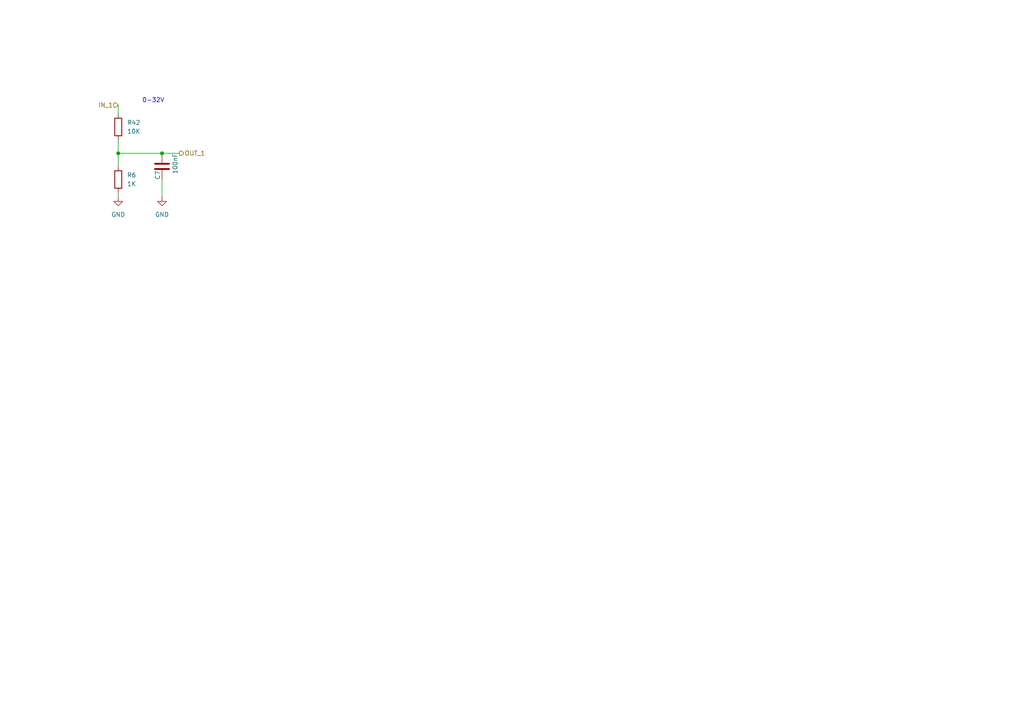
<source format=kicad_sch>
(kicad_sch (version 20250114) (generator "eeschema") (generator_version "9.0")
  (paper "A4")
  (lib_symbols
    (symbol "PCM_Capacitor_AKL:C_0603" (pin_numbers (hide yes)) (pin_names (offset 0.254))
      (property "Reference" "C" (at 0.635 2.54 0))
      (property "Value" "C_0603" (at 0.635 -2.54 0))
      (symbol "C_0603_0_1"
        (polyline (pts (xy -2.032 0.762) (xy 2.032 0.762)) (stroke (width 0.508)))
        (polyline (pts (xy -2.032 -0.762) (xy 2.032 -0.762)) (stroke (width 0.508)))
      )
      (symbol "C_0603_0_2"
        (polyline (pts (xy -2.54 -2.54) (xy -0.381 -0.381)))
        (polyline (pts (xy -0.508 -0.508) (xy -1.651 0.635)) (stroke (width 0.508)))
        (polyline (pts (xy -0.508 -0.508) (xy 0.635 -1.651)) (stroke (width 0.508)))
        (polyline (pts (xy 0.381 0.381) (xy 2.54 2.54)))
        (polyline (pts (xy 0.508 0.508) (xy -0.635 1.651)) (stroke (width 0.508)))
        (polyline (pts (xy 0.508 0.508) (xy 1.651 -0.635)) (stroke (width 0.508)))
      )
      (symbol "C_0603_1_1"
        (pin passive line (at 0 3.81 270) (length 2.794) (name "~") (number "1"))
        (pin passive line (at 0 -3.81 90) (length 2.794) (name "~") (number "2"))
      )
      (symbol "C_0603_1_2"
        (pin passive line (at -2.54 -2.54 90) (length 0) (name "~") (number "2"))
        (pin passive line (at 2.54 2.54 270) (length 0) (name "~") (number "1"))
      )
    )
    (symbol "PCM_Resistor_AKL:R_0603" (pin_numbers (hide yes)) (pin_names (offset 0))
      (property "Reference" "R" (at 2.54 1.27 0))
      (property "Value" "R_0603" (at 2.54 -1.27 0))
      (symbol "R_0603_0_1"
        (rectangle (start -1.016 2.54) (end 1.016 -2.54) (stroke (width 0.254)))
      )
      (symbol "R_0603_0_2"
        (polyline (pts (xy -2.54 -2.54) (xy -1.524 -1.524)))
        (polyline (pts (xy 1.524 1.524) (xy 2.54 2.54)))
        (polyline (pts (xy 1.524 1.524) (xy 0.889 2.159) (xy -2.159 -0.889) (xy -0.889 -2.159) (xy 2.159 0.889) (xy 1.524 1.524)) (stroke (width 0.254)))
      )
      (symbol "R_0603_1_1"
        (pin passive line (at 0 3.81 270) (length 1.27) (name "~") (number "1"))
        (pin passive line (at 0 -3.81 90) (length 1.27) (name "~") (number "2"))
      )
      (symbol "R_0603_1_2"
        (pin passive line (at -2.54 -2.54 0) (length 0) (name "") (number "2"))
        (pin passive line (at 2.54 2.54 180) (length 0) (name "") (number "1"))
      )
    )
    (symbol "power:GND" (power) (pin_numbers (hide yes)) (pin_names (offset 0) (hide yes))
      (property "Value" "GND" (at 0 -3.81 0))
      (symbol "GND_0_1"
        (polyline (pts (xy 0 0) (xy 0 -1.27) (xy 1.27 -1.27) (xy 0 -2.54) (xy -1.27 -1.27) (xy 0 -1.27)))
      )
      (symbol "GND_1_1"
        (pin power_in line (at 0 0 270) (length 0) (name "~") (number "1"))
      )
    )
  )
  (text "0-32V\n" (at 44.45 29.21 0) (effects (font (size 1.27 1.27))))
  (junction (at 46.99 44.45))
  (junction (at 34.29 44.45))
  (wire (pts (xy 34.29 57.15) (xy 34.29 55.88)))
  (wire (pts (xy 34.29 48.26) (xy 34.29 44.45)))
  (wire (pts (xy 34.29 44.45) (xy 46.99 44.45)))
  (wire (pts (xy 46.99 44.45) (xy 52.07 44.45)))
  (wire (pts (xy 46.99 57.15) (xy 46.99 52.07)))
  (wire (pts (xy 34.29 40.64) (xy 34.29 44.45)))
  (wire (pts (xy 34.29 33.02) (xy 34.29 30.48)))
  (hierarchical_label "IN_1" (shape input) (at 34.29 30.48 180))
  (hierarchical_label "OUT_1" (shape output) (at 52.07 44.45 0))
  (symbol (lib_id "power:GND") (at 46.99 57.15 0) (unit 1)
    (property "Reference" "#PWR018" (effects (hide yes)))
    (property "Value" "GND" (at 46.99 62.23 0))
    (property "Description" "Power symbol creates a global label with name \"GND\" , ground" (effects (hide yes)))
  )
  (symbol (lib_id "PCM_Resistor_AKL:R_0603") (at 34.29 52.07 180) (unit 1)
    (property "Reference" "R6" (at 36.83 50.7999 0) (effects (justify right)))
    (property "Value" "1K" (at 36.83 53.3399 0) (effects (justify right)))
    (property "Footprint" "PCM_Resistor_SMD_AKL:R_1206_3216Metric_Pad1.30x1.75mm_HandSolder" (effects (hide yes)))
    (property "Description" "SMD 0603 Chip Resistor, European Symbol, Alternate KiCad Library" (effects (hide yes)))
    (property "PART NUMBERT" "CRCW12061K00FKEAHP" (effects (hide yes)))
  )
  (symbol (lib_id "PCM_Capacitor_AKL:C_0603") (at 46.99 48.26 180) (unit 1)
    (property "Reference" "C7" (at 45.72 50.8 90))
    (property "Value" "100nF" (at 50.8 44.45 90) (effects (justify left)))
    (property "Footprint" "PCM_Capacitor_SMD_AKL:C_0603_1608Metric" (effects (hide yes)))
    (property "Description" "SMD 0603 MLCC capacitor, Alternate KiCad Library" (effects (hide yes)))
  )
  (symbol (lib_id "power:GND") (at 34.29 57.15 0) (unit 1)
    (property "Reference" "#PWR016" (effects (hide yes)))
    (property "Value" "GND" (at 34.29 62.23 0))
    (property "Description" "Power symbol creates a global label with name \"GND\" , ground" (effects (hide yes)))
  )
  (symbol (lib_id "PCM_Resistor_AKL:R_0603") (at 34.29 36.83 0) (unit 1)
    (property "Reference" "R42" (at 36.83 35.5599 0) (effects (justify left)))
    (property "Value" "10K" (at 36.83 38.0999 0) (effects (justify left)))
    (property "Footprint" "PCM_Resistor_SMD_AKL:R_0603_1608Metric" (effects (hide yes)))
    (property "Description" "SMD 0603 Chip Resistor, European Symbol, Alternate KiCad Library" (effects (hide yes)))
  )
)
</source>
